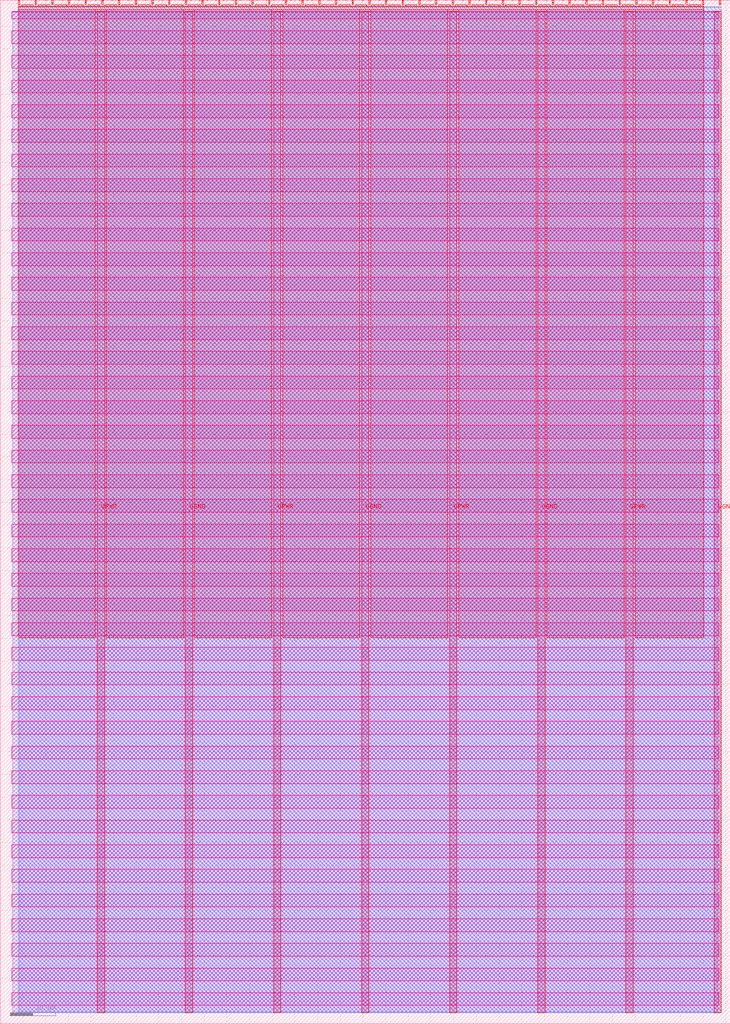
<source format=lef>
VERSION 5.7 ;
  NOWIREEXTENSIONATPIN ON ;
  DIVIDERCHAR "/" ;
  BUSBITCHARS "[]" ;
MACRO tt_um_lucaz97_monobit
  CLASS BLOCK ;
  FOREIGN tt_um_lucaz97_monobit ;
  ORIGIN 0.000 0.000 ;
  SIZE 161.000 BY 225.760 ;
  PIN VGND
    DIRECTION INOUT ;
    USE GROUND ;
    PORT
      LAYER met4 ;
        RECT 40.830 2.480 42.430 223.280 ;
    END
    PORT
      LAYER met4 ;
        RECT 79.700 2.480 81.300 223.280 ;
    END
    PORT
      LAYER met4 ;
        RECT 118.570 2.480 120.170 223.280 ;
    END
    PORT
      LAYER met4 ;
        RECT 157.440 2.480 159.040 223.280 ;
    END
  END VGND
  PIN VPWR
    DIRECTION INOUT ;
    USE POWER ;
    PORT
      LAYER met4 ;
        RECT 21.395 2.480 22.995 223.280 ;
    END
    PORT
      LAYER met4 ;
        RECT 60.265 2.480 61.865 223.280 ;
    END
    PORT
      LAYER met4 ;
        RECT 99.135 2.480 100.735 223.280 ;
    END
    PORT
      LAYER met4 ;
        RECT 138.005 2.480 139.605 223.280 ;
    END
  END VPWR
  PIN clk
    DIRECTION INPUT ;
    USE SIGNAL ;
    ANTENNAGATEAREA 0.852000 ;
    PORT
      LAYER met4 ;
        RECT 154.870 224.760 155.170 225.760 ;
    END
  END clk
  PIN ena
    DIRECTION INPUT ;
    USE SIGNAL ;
    PORT
      LAYER met4 ;
        RECT 158.550 224.760 158.850 225.760 ;
    END
  END ena
  PIN rst_n
    DIRECTION INPUT ;
    USE SIGNAL ;
    ANTENNAGATEAREA 0.159000 ;
    PORT
      LAYER met4 ;
        RECT 151.190 224.760 151.490 225.760 ;
    END
  END rst_n
  PIN ui_in[0]
    DIRECTION INPUT ;
    USE SIGNAL ;
    ANTENNAGATEAREA 0.159000 ;
    PORT
      LAYER met4 ;
        RECT 147.510 224.760 147.810 225.760 ;
    END
  END ui_in[0]
  PIN ui_in[1]
    DIRECTION INPUT ;
    USE SIGNAL ;
    PORT
      LAYER met4 ;
        RECT 143.830 224.760 144.130 225.760 ;
    END
  END ui_in[1]
  PIN ui_in[2]
    DIRECTION INPUT ;
    USE SIGNAL ;
    PORT
      LAYER met4 ;
        RECT 140.150 224.760 140.450 225.760 ;
    END
  END ui_in[2]
  PIN ui_in[3]
    DIRECTION INPUT ;
    USE SIGNAL ;
    PORT
      LAYER met4 ;
        RECT 136.470 224.760 136.770 225.760 ;
    END
  END ui_in[3]
  PIN ui_in[4]
    DIRECTION INPUT ;
    USE SIGNAL ;
    PORT
      LAYER met4 ;
        RECT 132.790 224.760 133.090 225.760 ;
    END
  END ui_in[4]
  PIN ui_in[5]
    DIRECTION INPUT ;
    USE SIGNAL ;
    PORT
      LAYER met4 ;
        RECT 129.110 224.760 129.410 225.760 ;
    END
  END ui_in[5]
  PIN ui_in[6]
    DIRECTION INPUT ;
    USE SIGNAL ;
    PORT
      LAYER met4 ;
        RECT 125.430 224.760 125.730 225.760 ;
    END
  END ui_in[6]
  PIN ui_in[7]
    DIRECTION INPUT ;
    USE SIGNAL ;
    PORT
      LAYER met4 ;
        RECT 121.750 224.760 122.050 225.760 ;
    END
  END ui_in[7]
  PIN uio_in[0]
    DIRECTION INPUT ;
    USE SIGNAL ;
    PORT
      LAYER met4 ;
        RECT 118.070 224.760 118.370 225.760 ;
    END
  END uio_in[0]
  PIN uio_in[1]
    DIRECTION INPUT ;
    USE SIGNAL ;
    PORT
      LAYER met4 ;
        RECT 114.390 224.760 114.690 225.760 ;
    END
  END uio_in[1]
  PIN uio_in[2]
    DIRECTION INPUT ;
    USE SIGNAL ;
    PORT
      LAYER met4 ;
        RECT 110.710 224.760 111.010 225.760 ;
    END
  END uio_in[2]
  PIN uio_in[3]
    DIRECTION INPUT ;
    USE SIGNAL ;
    PORT
      LAYER met4 ;
        RECT 107.030 224.760 107.330 225.760 ;
    END
  END uio_in[3]
  PIN uio_in[4]
    DIRECTION INPUT ;
    USE SIGNAL ;
    PORT
      LAYER met4 ;
        RECT 103.350 224.760 103.650 225.760 ;
    END
  END uio_in[4]
  PIN uio_in[5]
    DIRECTION INPUT ;
    USE SIGNAL ;
    PORT
      LAYER met4 ;
        RECT 99.670 224.760 99.970 225.760 ;
    END
  END uio_in[5]
  PIN uio_in[6]
    DIRECTION INPUT ;
    USE SIGNAL ;
    PORT
      LAYER met4 ;
        RECT 95.990 224.760 96.290 225.760 ;
    END
  END uio_in[6]
  PIN uio_in[7]
    DIRECTION INPUT ;
    USE SIGNAL ;
    PORT
      LAYER met4 ;
        RECT 92.310 224.760 92.610 225.760 ;
    END
  END uio_in[7]
  PIN uio_oe[0]
    DIRECTION OUTPUT TRISTATE ;
    USE SIGNAL ;
    PORT
      LAYER met4 ;
        RECT 29.750 224.760 30.050 225.760 ;
    END
  END uio_oe[0]
  PIN uio_oe[1]
    DIRECTION OUTPUT TRISTATE ;
    USE SIGNAL ;
    PORT
      LAYER met4 ;
        RECT 26.070 224.760 26.370 225.760 ;
    END
  END uio_oe[1]
  PIN uio_oe[2]
    DIRECTION OUTPUT TRISTATE ;
    USE SIGNAL ;
    PORT
      LAYER met4 ;
        RECT 22.390 224.760 22.690 225.760 ;
    END
  END uio_oe[2]
  PIN uio_oe[3]
    DIRECTION OUTPUT TRISTATE ;
    USE SIGNAL ;
    PORT
      LAYER met4 ;
        RECT 18.710 224.760 19.010 225.760 ;
    END
  END uio_oe[3]
  PIN uio_oe[4]
    DIRECTION OUTPUT TRISTATE ;
    USE SIGNAL ;
    PORT
      LAYER met4 ;
        RECT 15.030 224.760 15.330 225.760 ;
    END
  END uio_oe[4]
  PIN uio_oe[5]
    DIRECTION OUTPUT TRISTATE ;
    USE SIGNAL ;
    PORT
      LAYER met4 ;
        RECT 11.350 224.760 11.650 225.760 ;
    END
  END uio_oe[5]
  PIN uio_oe[6]
    DIRECTION OUTPUT TRISTATE ;
    USE SIGNAL ;
    PORT
      LAYER met4 ;
        RECT 7.670 224.760 7.970 225.760 ;
    END
  END uio_oe[6]
  PIN uio_oe[7]
    DIRECTION OUTPUT TRISTATE ;
    USE SIGNAL ;
    PORT
      LAYER met4 ;
        RECT 3.990 224.760 4.290 225.760 ;
    END
  END uio_oe[7]
  PIN uio_out[0]
    DIRECTION OUTPUT TRISTATE ;
    USE SIGNAL ;
    PORT
      LAYER met4 ;
        RECT 59.190 224.760 59.490 225.760 ;
    END
  END uio_out[0]
  PIN uio_out[1]
    DIRECTION OUTPUT TRISTATE ;
    USE SIGNAL ;
    PORT
      LAYER met4 ;
        RECT 55.510 224.760 55.810 225.760 ;
    END
  END uio_out[1]
  PIN uio_out[2]
    DIRECTION OUTPUT TRISTATE ;
    USE SIGNAL ;
    PORT
      LAYER met4 ;
        RECT 51.830 224.760 52.130 225.760 ;
    END
  END uio_out[2]
  PIN uio_out[3]
    DIRECTION OUTPUT TRISTATE ;
    USE SIGNAL ;
    PORT
      LAYER met4 ;
        RECT 48.150 224.760 48.450 225.760 ;
    END
  END uio_out[3]
  PIN uio_out[4]
    DIRECTION OUTPUT TRISTATE ;
    USE SIGNAL ;
    PORT
      LAYER met4 ;
        RECT 44.470 224.760 44.770 225.760 ;
    END
  END uio_out[4]
  PIN uio_out[5]
    DIRECTION OUTPUT TRISTATE ;
    USE SIGNAL ;
    PORT
      LAYER met4 ;
        RECT 40.790 224.760 41.090 225.760 ;
    END
  END uio_out[5]
  PIN uio_out[6]
    DIRECTION OUTPUT TRISTATE ;
    USE SIGNAL ;
    PORT
      LAYER met4 ;
        RECT 37.110 224.760 37.410 225.760 ;
    END
  END uio_out[6]
  PIN uio_out[7]
    DIRECTION OUTPUT TRISTATE ;
    USE SIGNAL ;
    PORT
      LAYER met4 ;
        RECT 33.430 224.760 33.730 225.760 ;
    END
  END uio_out[7]
  PIN uo_out[0]
    DIRECTION OUTPUT TRISTATE ;
    USE SIGNAL ;
    ANTENNADIFFAREA 0.795200 ;
    PORT
      LAYER met4 ;
        RECT 88.630 224.760 88.930 225.760 ;
    END
  END uo_out[0]
  PIN uo_out[1]
    DIRECTION OUTPUT TRISTATE ;
    USE SIGNAL ;
    ANTENNADIFFAREA 0.795200 ;
    PORT
      LAYER met4 ;
        RECT 84.950 224.760 85.250 225.760 ;
    END
  END uo_out[1]
  PIN uo_out[2]
    DIRECTION OUTPUT TRISTATE ;
    USE SIGNAL ;
    ANTENNADIFFAREA 0.795200 ;
    PORT
      LAYER met4 ;
        RECT 81.270 224.760 81.570 225.760 ;
    END
  END uo_out[2]
  PIN uo_out[3]
    DIRECTION OUTPUT TRISTATE ;
    USE SIGNAL ;
    ANTENNADIFFAREA 0.795200 ;
    PORT
      LAYER met4 ;
        RECT 77.590 224.760 77.890 225.760 ;
    END
  END uo_out[3]
  PIN uo_out[4]
    DIRECTION OUTPUT TRISTATE ;
    USE SIGNAL ;
    ANTENNADIFFAREA 0.795200 ;
    PORT
      LAYER met4 ;
        RECT 73.910 224.760 74.210 225.760 ;
    END
  END uo_out[4]
  PIN uo_out[5]
    DIRECTION OUTPUT TRISTATE ;
    USE SIGNAL ;
    ANTENNADIFFAREA 0.795200 ;
    PORT
      LAYER met4 ;
        RECT 70.230 224.760 70.530 225.760 ;
    END
  END uo_out[5]
  PIN uo_out[6]
    DIRECTION OUTPUT TRISTATE ;
    USE SIGNAL ;
    ANTENNADIFFAREA 0.795200 ;
    PORT
      LAYER met4 ;
        RECT 66.550 224.760 66.850 225.760 ;
    END
  END uo_out[6]
  PIN uo_out[7]
    DIRECTION OUTPUT TRISTATE ;
    USE SIGNAL ;
    ANTENNADIFFAREA 0.795200 ;
    PORT
      LAYER met4 ;
        RECT 62.870 224.760 63.170 225.760 ;
    END
  END uo_out[7]
  OBS
      LAYER nwell ;
        RECT 2.570 221.625 158.430 223.230 ;
        RECT 2.570 216.185 158.430 219.015 ;
        RECT 2.570 210.745 158.430 213.575 ;
        RECT 2.570 205.305 158.430 208.135 ;
        RECT 2.570 199.865 158.430 202.695 ;
        RECT 2.570 194.425 158.430 197.255 ;
        RECT 2.570 188.985 158.430 191.815 ;
        RECT 2.570 183.545 158.430 186.375 ;
        RECT 2.570 178.105 158.430 180.935 ;
        RECT 2.570 172.665 158.430 175.495 ;
        RECT 2.570 167.225 158.430 170.055 ;
        RECT 2.570 161.785 158.430 164.615 ;
        RECT 2.570 156.345 158.430 159.175 ;
        RECT 2.570 150.905 158.430 153.735 ;
        RECT 2.570 145.465 158.430 148.295 ;
        RECT 2.570 140.025 158.430 142.855 ;
        RECT 2.570 134.585 158.430 137.415 ;
        RECT 2.570 129.145 158.430 131.975 ;
        RECT 2.570 123.705 158.430 126.535 ;
        RECT 2.570 118.265 158.430 121.095 ;
        RECT 2.570 112.825 158.430 115.655 ;
        RECT 2.570 107.385 158.430 110.215 ;
        RECT 2.570 101.945 158.430 104.775 ;
        RECT 2.570 96.505 158.430 99.335 ;
        RECT 2.570 91.065 158.430 93.895 ;
        RECT 2.570 85.625 158.430 88.455 ;
        RECT 2.570 80.185 158.430 83.015 ;
        RECT 2.570 74.745 158.430 77.575 ;
        RECT 2.570 69.305 158.430 72.135 ;
        RECT 2.570 63.865 158.430 66.695 ;
        RECT 2.570 58.425 158.430 61.255 ;
        RECT 2.570 52.985 158.430 55.815 ;
        RECT 2.570 47.545 158.430 50.375 ;
        RECT 2.570 42.105 158.430 44.935 ;
        RECT 2.570 36.665 158.430 39.495 ;
        RECT 2.570 31.225 158.430 34.055 ;
        RECT 2.570 25.785 158.430 28.615 ;
        RECT 2.570 20.345 158.430 23.175 ;
        RECT 2.570 14.905 158.430 17.735 ;
        RECT 2.570 9.465 158.430 12.295 ;
        RECT 2.570 4.025 158.430 6.855 ;
      LAYER li1 ;
        RECT 2.760 2.635 158.240 223.125 ;
      LAYER met1 ;
        RECT 2.760 2.480 159.040 223.280 ;
      LAYER met2 ;
        RECT 4.230 2.535 159.010 224.245 ;
      LAYER met3 ;
        RECT 3.950 2.555 159.030 224.225 ;
      LAYER met4 ;
        RECT 4.690 224.360 7.270 224.760 ;
        RECT 8.370 224.360 10.950 224.760 ;
        RECT 12.050 224.360 14.630 224.760 ;
        RECT 15.730 224.360 18.310 224.760 ;
        RECT 19.410 224.360 21.990 224.760 ;
        RECT 23.090 224.360 25.670 224.760 ;
        RECT 26.770 224.360 29.350 224.760 ;
        RECT 30.450 224.360 33.030 224.760 ;
        RECT 34.130 224.360 36.710 224.760 ;
        RECT 37.810 224.360 40.390 224.760 ;
        RECT 41.490 224.360 44.070 224.760 ;
        RECT 45.170 224.360 47.750 224.760 ;
        RECT 48.850 224.360 51.430 224.760 ;
        RECT 52.530 224.360 55.110 224.760 ;
        RECT 56.210 224.360 58.790 224.760 ;
        RECT 59.890 224.360 62.470 224.760 ;
        RECT 63.570 224.360 66.150 224.760 ;
        RECT 67.250 224.360 69.830 224.760 ;
        RECT 70.930 224.360 73.510 224.760 ;
        RECT 74.610 224.360 77.190 224.760 ;
        RECT 78.290 224.360 80.870 224.760 ;
        RECT 81.970 224.360 84.550 224.760 ;
        RECT 85.650 224.360 88.230 224.760 ;
        RECT 89.330 224.360 91.910 224.760 ;
        RECT 93.010 224.360 95.590 224.760 ;
        RECT 96.690 224.360 99.270 224.760 ;
        RECT 100.370 224.360 102.950 224.760 ;
        RECT 104.050 224.360 106.630 224.760 ;
        RECT 107.730 224.360 110.310 224.760 ;
        RECT 111.410 224.360 113.990 224.760 ;
        RECT 115.090 224.360 117.670 224.760 ;
        RECT 118.770 224.360 121.350 224.760 ;
        RECT 122.450 224.360 125.030 224.760 ;
        RECT 126.130 224.360 128.710 224.760 ;
        RECT 129.810 224.360 132.390 224.760 ;
        RECT 133.490 224.360 136.070 224.760 ;
        RECT 137.170 224.360 139.750 224.760 ;
        RECT 140.850 224.360 143.430 224.760 ;
        RECT 144.530 224.360 147.110 224.760 ;
        RECT 148.210 224.360 150.790 224.760 ;
        RECT 151.890 224.360 154.470 224.760 ;
        RECT 3.975 223.680 155.185 224.360 ;
        RECT 3.975 85.175 20.995 223.680 ;
        RECT 23.395 85.175 40.430 223.680 ;
        RECT 42.830 85.175 59.865 223.680 ;
        RECT 62.265 85.175 79.300 223.680 ;
        RECT 81.700 85.175 98.735 223.680 ;
        RECT 101.135 85.175 118.170 223.680 ;
        RECT 120.570 85.175 137.605 223.680 ;
        RECT 140.005 85.175 155.185 223.680 ;
  END
END tt_um_lucaz97_monobit
END LIBRARY


</source>
